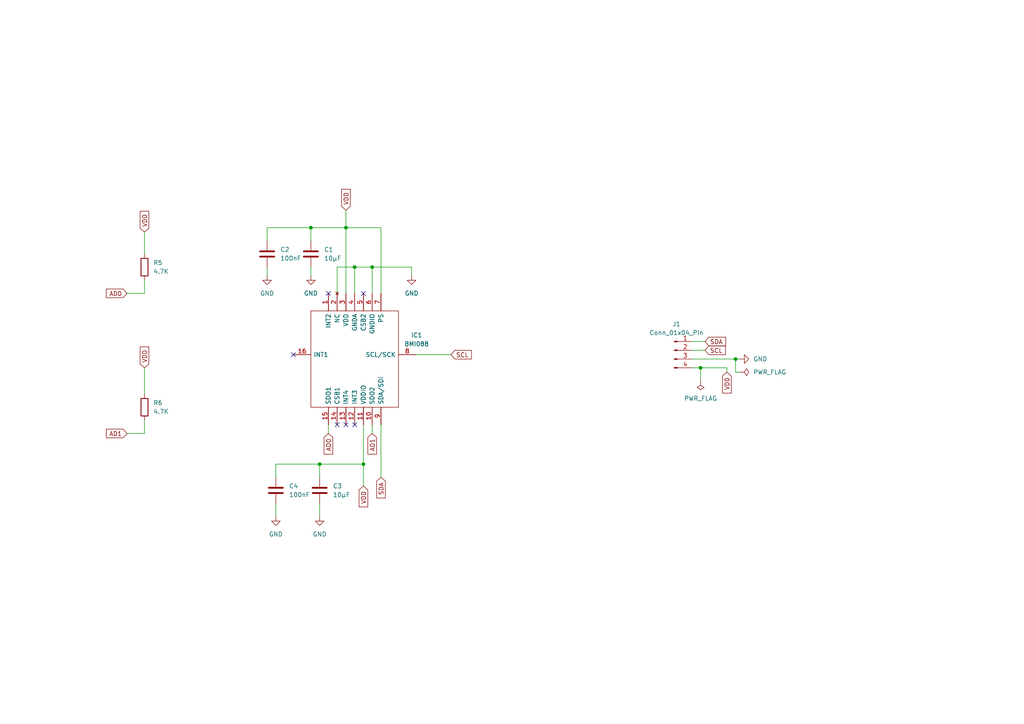
<source format=kicad_sch>
(kicad_sch (version 20230121) (generator eeschema)
  (paper "A4")
  (lib_symbols
    (symbol "Connector:Conn_01x04_Pin" (pin_names (offset 1.016) hide)
      (property "Reference" "J" (at 0 5.08 0))
      (property "Value" "Conn_01x04_Pin" (at 0 -7.62 0))
      (symbol "Conn_01x04_Pin_1_1"
        (polyline (pts (xy 1.27 -5.08) (xy 0.8636 -5.08)) (stroke (width 0.1524)))
        (polyline (pts (xy 1.27 -2.54) (xy 0.8636 -2.54)) (stroke (width 0.1524)))
        (polyline (pts (xy 1.27 0) (xy 0.8636 0)) (stroke (width 0.1524)))
        (polyline (pts (xy 1.27 2.54) (xy 0.8636 2.54)) (stroke (width 0.1524)))
        (rectangle (start 0.8636 -4.953) (end 0 -5.207) (stroke (width 0.1524)) (fill (type outline)))
        (rectangle (start 0.8636 -2.413) (end 0 -2.667) (stroke (width 0.1524)) (fill (type outline)))
        (rectangle (start 0.8636 0.127) (end 0 -0.127) (stroke (width 0.1524)) (fill (type outline)))
        (rectangle (start 0.8636 2.667) (end 0 2.413) (stroke (width 0.1524)) (fill (type outline)))
        (pin passive line (at 5.08 2.54 180) (length 3.81) (name "Pin_1") (number "1"))
        (pin passive line (at 5.08 0 180) (length 3.81) (name "Pin_2") (number "2"))
        (pin passive line (at 5.08 -2.54 180) (length 3.81) (name "Pin_3") (number "3"))
        (pin passive line (at 5.08 -5.08 180) (length 3.81) (name "Pin_4") (number "4"))
      )
    )
    (symbol "Device:C" (pin_numbers hide) (pin_names (offset 0.254))
      (property "Reference" "C" (at 0.635 2.54 0))
      (property "Value" "C" (at 0.635 -2.54 0))
      (symbol "C_0_1"
        (polyline (pts (xy -2.032 -0.762) (xy 2.032 -0.762)) (stroke (width 0.508)))
        (polyline (pts (xy -2.032 0.762) (xy 2.032 0.762)) (stroke (width 0.508)))
      )
      (symbol "C_1_1"
        (pin passive line (at 0 3.81 270) (length 2.794) (name "~") (number "1"))
        (pin passive line (at 0 -3.81 90) (length 2.794) (name "~") (number "2"))
      )
    )
    (symbol "Device:R" (pin_numbers hide) (pin_names (offset 0))
      (property "Reference" "R" (at 2.032 0 90))
      (property "Value" "R" (at 0 0 90))
      (symbol "R_0_1"
        (rectangle (start -1.016 -2.54) (end 1.016 2.54) (stroke (width 0.254)))
      )
      (symbol "R_1_1"
        (pin passive line (at 0 3.81 270) (length 1.27) (name "~") (number "1"))
        (pin passive line (at 0 -3.81 90) (length 1.27) (name "~") (number "2"))
      )
    )
    (symbol "SamacSys_Parts:BMI088" (pin_names (offset 0.762))
      (property "Reference" "IC" (at 31.75 17.78 0))
      (property "Value" "BMI088" (at 31.75 15.24 0))
      (symbol "BMI088_0_0"
        (pin passive line (at 10.16 17.78 270) (length 5.08) (name "INT2") (number "1"))
        (pin passive line (at 22.86 -20.32 90) (length 5.08) (name "SDO2") (number "10"))
        (pin passive line (at 20.32 -20.32 90) (length 5.08) (name "VDDIO") (number "11"))
        (pin passive line (at 17.78 -20.32 90) (length 5.08) (name "INT3") (number "12"))
        (pin passive line (at 15.24 -20.32 90) (length 5.08) (name "INT4") (number "13"))
        (pin passive line (at 12.7 -20.32 90) (length 5.08) (name "CSB1") (number "14"))
        (pin passive line (at 10.16 -20.32 90) (length 5.08) (name "SDO1") (number "15"))
        (pin passive line (at 0 0 0) (length 5.08) (name "INT1") (number "16"))
        (pin no_connect line (at 12.7 17.78 270) (length 5.08) (name "NC") (number "2"))
        (pin passive line (at 15.24 17.78 270) (length 5.08) (name "VDD") (number "3"))
        (pin passive line (at 17.78 17.78 270) (length 5.08) (name "GNDA") (number "4"))
        (pin passive line (at 20.32 17.78 270) (length 5.08) (name "CSB2") (number "5"))
        (pin passive line (at 22.86 17.78 270) (length 5.08) (name "GNDIO") (number "6"))
        (pin passive line (at 25.4 17.78 270) (length 5.08) (name "PS") (number "7"))
        (pin passive line (at 35.56 0 180) (length 5.08) (name "SCL/SCK") (number "8"))
        (pin passive line (at 25.4 -20.32 90) (length 5.08) (name "SDA/SDI") (number "9"))
      )
      (symbol "BMI088_0_1"
        (polyline (pts (xy 5.08 12.7) (xy 30.48 12.7) (xy 30.48 -15.24) (xy 5.08 -15.24) (xy 5.08 12.7)) (stroke (width 0.1524)))
      )
    )
    (symbol "power:GND" (power) (pin_names (offset 0))
      (property "Value" "GND" (at 0 -3.81 0))
      (symbol "GND_0_1"
        (polyline (pts (xy 0 0) (xy 0 -1.27) (xy 1.27 -1.27) (xy 0 -2.54) (xy -1.27 -1.27) (xy 0 -1.27)))
      )
      (symbol "GND_1_1"
        (pin power_in line (at 0 0 270) (length 0) hide (name "GND") (number "1"))
      )
    )
    (symbol "power:PWR_FLAG" (power) (pin_numbers hide) (pin_names (offset 0) hide)
      (property "Value" "PWR_FLAG" (at 0 3.81 0))
      (symbol "PWR_FLAG_0_0"
        (pin power_out line (at 0 0 90) (length 0) (name "pwr") (number "1"))
      )
      (symbol "PWR_FLAG_0_1"
        (polyline (pts (xy 0 0) (xy 0 1.27) (xy -1.016 1.905) (xy 0 2.54) (xy 1.016 1.905) (xy 0 1.27)))
      )
    )
  )
  (junction (at 100.33 66.04))
  (junction (at 102.87 77.47))
  (junction (at 213.36 104.14))
  (junction (at 105.41 134.62))
  (junction (at 90.17 66.04))
  (junction (at 92.71 134.62))
  (junction (at 107.95 77.47))
  (junction (at 203.2 106.68))
  (no_connect (at 97.79 123.19))
  (no_connect (at 105.41 85.09))
  (no_connect (at 95.25 85.09))
  (no_connect (at 100.33 123.19))
  (no_connect (at 102.87 123.19))
  (no_connect (at 85.09 102.87))
  (wire (pts (xy 107.95 77.47) (xy 107.95 85.09)))
  (wire (pts (xy 200.66 99.06) (xy 204.47 99.06)))
  (wire (pts (xy 77.47 77.47) (xy 77.47 80.01)))
  (wire (pts (xy 102.87 77.47) (xy 107.95 77.47)))
  (wire (pts (xy 41.91 106.68) (xy 41.91 114.3)))
  (wire (pts (xy 203.2 106.68) (xy 210.82 106.68)))
  (wire (pts (xy 92.71 146.05) (xy 92.71 149.86)))
  (wire (pts (xy 97.79 77.47) (xy 102.87 77.47)))
  (wire (pts (xy 203.2 106.68) (xy 203.2 110.49)))
  (wire (pts (xy 213.36 104.14) (xy 214.63 104.14)))
  (wire (pts (xy 41.91 121.92) (xy 41.91 125.73)))
  (wire (pts (xy 90.17 66.04) (xy 100.33 66.04)))
  (wire (pts (xy 41.91 67.31) (xy 41.91 73.66)))
  (wire (pts (xy 80.01 134.62) (xy 92.71 134.62)))
  (wire (pts (xy 80.01 138.43) (xy 80.01 134.62)))
  (wire (pts (xy 36.83 125.73) (xy 41.91 125.73)))
  (wire (pts (xy 200.66 106.68) (xy 203.2 106.68)))
  (wire (pts (xy 92.71 134.62) (xy 105.41 134.62)))
  (wire (pts (xy 97.79 85.09) (xy 97.79 77.47)))
  (wire (pts (xy 77.47 69.85) (xy 77.47 66.04)))
  (wire (pts (xy 80.01 146.05) (xy 80.01 149.86)))
  (wire (pts (xy 110.49 85.09) (xy 110.49 66.04)))
  (wire (pts (xy 210.82 106.68) (xy 210.82 107.95)))
  (wire (pts (xy 107.95 123.19) (xy 107.95 125.73)))
  (wire (pts (xy 41.91 81.28) (xy 41.91 85.09)))
  (wire (pts (xy 110.49 123.19) (xy 110.49 138.43)))
  (wire (pts (xy 200.66 101.6) (xy 204.47 101.6)))
  (wire (pts (xy 100.33 60.96) (xy 100.33 66.04)))
  (wire (pts (xy 100.33 66.04) (xy 100.33 85.09)))
  (wire (pts (xy 214.63 107.95) (xy 213.36 107.95)))
  (wire (pts (xy 105.41 134.62) (xy 105.41 140.97)))
  (wire (pts (xy 102.87 77.47) (xy 102.87 85.09)))
  (wire (pts (xy 119.38 77.47) (xy 119.38 80.01)))
  (wire (pts (xy 105.41 123.19) (xy 105.41 134.62)))
  (wire (pts (xy 120.65 102.87) (xy 130.81 102.87)))
  (wire (pts (xy 90.17 69.85) (xy 90.17 66.04)))
  (wire (pts (xy 77.47 66.04) (xy 90.17 66.04)))
  (wire (pts (xy 213.36 107.95) (xy 213.36 104.14)))
  (wire (pts (xy 92.71 138.43) (xy 92.71 134.62)))
  (wire (pts (xy 90.17 77.47) (xy 90.17 80.01)))
  (wire (pts (xy 110.49 66.04) (xy 100.33 66.04)))
  (wire (pts (xy 36.83 85.09) (xy 41.91 85.09)))
  (wire (pts (xy 107.95 77.47) (xy 119.38 77.47)))
  (wire (pts (xy 200.66 104.14) (xy 213.36 104.14)))
  (wire (pts (xy 95.25 123.19) (xy 95.25 125.73)))
  (global_label "AD1" (shape input) (at 107.95 125.73 270) (property "Intersheetrefs" "${INTERSHEET_REFS}" (effects hide)))
  (global_label "SCL" (shape input) (at 204.47 101.6 0) (property "Intersheetrefs" "${INTERSHEET_REFS}" (effects hide)))
  (global_label "VDD" (shape input) (at 105.41 140.97 270) (property "Intersheetrefs" "${INTERSHEET_REFS}" (effects hide)))
  (global_label "SDA" (shape input) (at 110.49 138.43 270) (property "Intersheetrefs" "${INTERSHEET_REFS}" (effects hide)))
  (global_label "VDD" (shape input) (at 41.91 67.31 90) (property "Intersheetrefs" "${INTERSHEET_REFS}" (effects hide)))
  (global_label "VDD" (shape input) (at 100.33 60.96 90) (property "Intersheetrefs" "${INTERSHEET_REFS}" (effects hide)))
  (global_label "SDA" (shape input) (at 204.47 99.06 0) (property "Intersheetrefs" "${INTERSHEET_REFS}" (effects hide)))
  (global_label "SCL" (shape input) (at 130.81 102.87 0) (property "Intersheetrefs" "${INTERSHEET_REFS}" (effects hide)))
  (global_label "AD0" (shape input) (at 36.83 85.09 180) (property "Intersheetrefs" "${INTERSHEET_REFS}" (effects hide)))
  (global_label "AD0" (shape input) (at 95.25 125.73 270) (property "Intersheetrefs" "${INTERSHEET_REFS}" (effects hide)))
  (global_label "VDD" (shape input) (at 210.82 107.95 270) (property "Intersheetrefs" "${INTERSHEET_REFS}" (effects hide)))
  (global_label "VDD" (shape input) (at 41.91 106.68 90) (property "Intersheetrefs" "${INTERSHEET_REFS}" (effects hide)))
  (global_label "AD1" (shape input) (at 36.83 125.73 180) (property "Intersheetrefs" "${INTERSHEET_REFS}" (effects hide)))
  (symbol (lib_id "power:PWR_FLAG") (at 214.63 107.95 270) (unit 1)
    (property "Reference" "#FLG01" (effects hide))
    (property "Value" "PWR_FLAG" (at 218.44 107.95 90) (effects (justify left)))
  )
  (symbol (lib_id "Device:C") (at 80.01 142.24 0) (unit 1)
    (property "Reference" "C4" (at 83.82 140.97 0) (effects (justify left)))
    (property "Value" "100nF" (at 83.82 143.51 0) (effects (justify left)))
    (property "Footprint" "Capacitor_SMD:C_0402_1005Metric" (effects hide))
  )
  (symbol (lib_id "power:GND") (at 77.47 80.01 0) (unit 1)
    (property "Reference" "#PWR03" (effects hide))
    (property "Value" "GND" (at 77.47 85.09 0))
  )
  (symbol (lib_id "Device:R") (at 41.91 77.47 180) (unit 1)
    (property "Reference" "R5" (at 44.45 76.2 0) (effects (justify right)))
    (property "Value" "4.7K" (at 44.45 78.74 0) (effects (justify right)))
    (property "Footprint" "Resistor_SMD:R_0402_1005Metric" (effects hide))
  )
  (symbol (lib_id "SamacSys_Parts:BMI088") (at 85.09 102.87 0) (unit 1)
    (property "Reference" "IC1" (at 120.843 97.2254 0))
    (property "Value" "BMI088" (at 120.843 99.7654 0))
    (property "Footprint" "WOBC_librsries:BMI088" (effects hide))
    (property "Datasheet" "http://uk.rs-online.com/web/p/products/2457367P" (effects hide))
    (property "Description" "Inertial Measurement Unit Digital Output 2.5V/3.3V Automotive" (effects hide))
    (property "Height" "1.45" (effects hide))
    (property "RS Part Number" "2457367P" (effects hide))
    (property "RS Price/Stock" "http://uk.rs-online.com/web/p/products/2457367P" (effects hide))
    (property "Manufacturer_Name" "BOSCH" (effects hide))
    (property "Manufacturer_Part_Number" "BMI088" (effects hide))
  )
  (symbol (lib_id "Device:C") (at 92.71 142.24 0) (unit 1)
    (property "Reference" "C3" (at 96.52 140.97 0) (effects (justify left)))
    (property "Value" "10μF" (at 96.52 143.51 0) (effects (justify left)))
    (property "Footprint" "Capacitor_SMD:C_0402_1005Metric" (effects hide))
  )
  (symbol (lib_id "power:GND") (at 119.38 80.01 0) (unit 1)
    (property "Reference" "#PWR05" (effects hide))
    (property "Value" "GND" (at 119.38 85.09 0))
  )
  (symbol (lib_id "power:GND") (at 214.63 104.14 90) (unit 1)
    (property "Reference" "#PWR01" (effects hide))
    (property "Value" "GND" (at 218.44 104.14 90) (effects (justify right)))
  )
  (symbol (lib_id "power:PWR_FLAG") (at 203.2 110.49 180) (unit 1)
    (property "Reference" "#FLG02" (effects hide))
    (property "Value" "PWR_FLAG" (at 203.2 115.57 0))
  )
  (symbol (lib_id "Device:C") (at 90.17 73.66 0) (unit 1)
    (property "Reference" "C1" (at 93.98 72.39 0) (effects (justify left)))
    (property "Value" "10μF" (at 93.98 74.93 0) (effects (justify left)))
    (property "Footprint" "Capacitor_SMD:C_0402_1005Metric" (effects hide))
  )
  (symbol (lib_id "power:GND") (at 90.17 80.01 0) (unit 1)
    (property "Reference" "#PWR04" (effects hide))
    (property "Value" "GND" (at 90.17 85.09 0))
  )
  (symbol (lib_id "power:GND") (at 92.71 149.86 0) (unit 1)
    (property "Reference" "#PWR06" (effects hide))
    (property "Value" "GND" (at 92.71 154.94 0))
  )
  (symbol (lib_id "Device:R") (at 41.91 118.11 180) (unit 1)
    (property "Reference" "R6" (at 44.45 116.84 0) (effects (justify right)))
    (property "Value" "4.7K" (at 44.45 119.38 0) (effects (justify right)))
    (property "Footprint" "Resistor_SMD:R_0402_1005Metric" (effects hide))
  )
  (symbol (lib_id "power:GND") (at 80.01 149.86 0) (unit 1)
    (property "Reference" "#PWR07" (effects hide))
    (property "Value" "GND" (at 80.01 154.94 0))
  )
  (symbol (lib_id "Device:C") (at 77.47 73.66 0) (unit 1)
    (property "Reference" "C2" (at 81.28 72.39 0) (effects (justify left)))
    (property "Value" "100nF" (at 81.28 74.93 0) (effects (justify left)))
    (property "Footprint" "Capacitor_SMD:C_0402_1005Metric" (effects hide))
  )
  (symbol (lib_id "Connector:Conn_01x04_Pin") (at 195.58 101.6 0) (unit 1)
    (property "Reference" "J1" (at 196.215 93.98 0))
    (property "Value" "Conn_01x04_Pin" (at 196.215 96.52 0))
    (property "Footprint" "Connector_PinHeader_2.54mm:PinHeader_1x04_P2.54mm_Vertical" (effects hide))
  )
)
</source>
